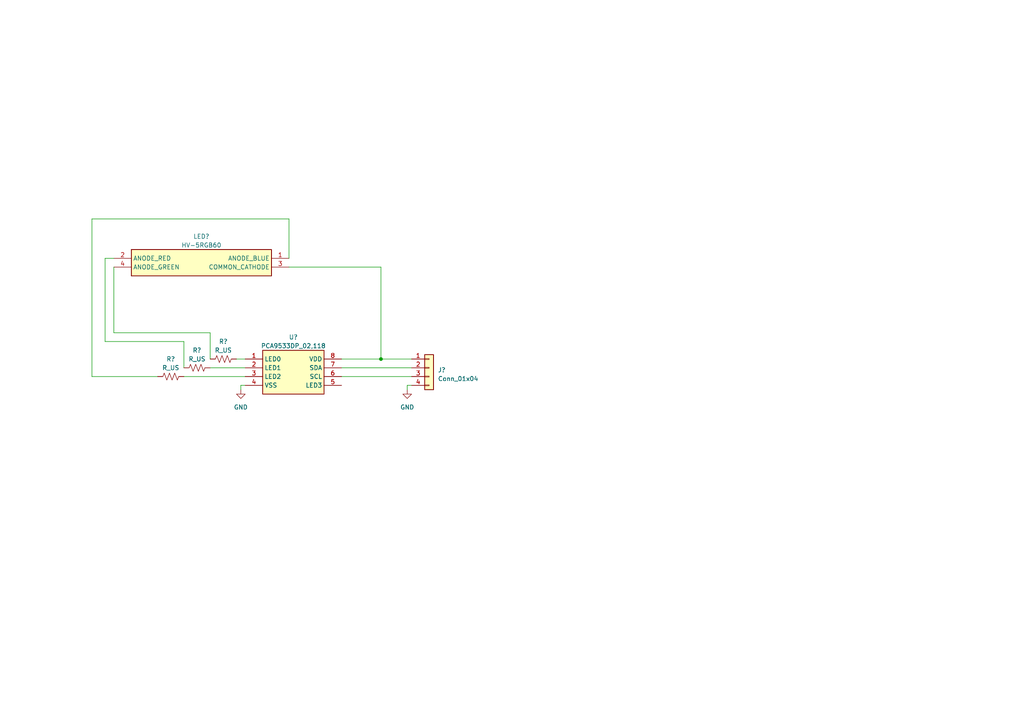
<source format=kicad_sch>
(kicad_sch (version 20230121) (generator eeschema)
  (paper "A4")
  (lib_symbols
    (symbol "Connector_Generic:Conn_01x04" (pin_names (offset 1.016) hide)
      (property "Reference" "J" (at 0 5.08 0))
      (property "Value" "Conn_01x04" (at 0 -7.62 0))
      (symbol "Conn_01x04_1_1"
        (rectangle (start -1.27 -4.953) (end 0 -5.207) (stroke (width 0.1524)))
        (rectangle (start -1.27 -2.413) (end 0 -2.667) (stroke (width 0.1524)))
        (rectangle (start -1.27 0.127) (end 0 -0.127) (stroke (width 0.1524)))
        (rectangle (start -1.27 2.667) (end 0 2.413) (stroke (width 0.1524)))
        (rectangle (start -1.27 3.81) (end 1.27 -6.35) (stroke (width 0.254)) (fill (type background)))
        (pin passive line (at -5.08 2.54 0) (length 3.81) (name "Pin_1") (number "1"))
        (pin passive line (at -5.08 0 0) (length 3.81) (name "Pin_2") (number "2"))
        (pin passive line (at -5.08 -2.54 0) (length 3.81) (name "Pin_3") (number "3"))
        (pin passive line (at -5.08 -5.08 0) (length 3.81) (name "Pin_4") (number "4"))
      )
    )
    (symbol "Device:R_US" (pin_numbers hide) (pin_names (offset 0))
      (property "Reference" "R" (at 2.54 0 90))
      (property "Value" "R_US" (at -2.54 0 90))
      (symbol "R_US_0_1"
        (polyline (pts (xy 0 -2.286) (xy 0 -2.54)))
        (polyline (pts (xy 0 2.286) (xy 0 2.54)))
        (polyline (pts (xy 0 -0.762) (xy 1.016 -1.143) (xy 0 -1.524) (xy -1.016 -1.905) (xy 0 -2.286)))
        (polyline (pts (xy 0 0.762) (xy 1.016 0.381) (xy 0 0) (xy -1.016 -0.381) (xy 0 -0.762)))
        (polyline (pts (xy 0 2.286) (xy 1.016 1.905) (xy 0 1.524) (xy -1.016 1.143) (xy 0 0.762)))
      )
      (symbol "R_US_1_1"
        (pin passive line (at 0 3.81 270) (length 1.27) (name "~") (number "1"))
        (pin passive line (at 0 -3.81 90) (length 1.27) (name "~") (number "2"))
      )
    )
    (symbol "HV-5RGB60:HV-5RGB60"
      (property "Reference" "LED" (at 46.99 7.62 0))
      (property "Value" "HV-5RGB60" (at 46.99 5.08 0))
      (symbol "HV-5RGB60_1_1"
        (rectangle (start 5.08 2.54) (end 45.72 -5.08) (stroke (width 0.254)) (fill (type background)))
        (pin passive line (at 50.8 0 180) (length 5.08) (name "ANODE_BLUE") (number "1"))
        (pin passive line (at 0 0 0) (length 5.08) (name "ANODE_RED") (number "2"))
        (pin passive line (at 50.8 -2.54 180) (length 5.08) (name "COMMON_CATHODE") (number "3"))
        (pin passive line (at 0 -2.54 0) (length 5.08) (name "ANODE_GREEN") (number "4"))
      )
    )
    (symbol "PCA9533DP_02_118:PCA9533DP_02,118"
      (property "Reference" "U" (at 24.13 7.62 0))
      (property "Value" "PCA9533DP_02,118" (at 24.13 5.08 0))
      (symbol "PCA9533DP_02,118_1_1"
        (rectangle (start 5.08 2.54) (end 22.86 -10.16) (stroke (width 0.254)) (fill (type background)))
        (pin output line (at 0 0 0) (length 5.08) (name "LED0") (number "1"))
        (pin output line (at 0 -2.54 0) (length 5.08) (name "LED1") (number "2"))
        (pin output line (at 0 -5.08 0) (length 5.08) (name "LED2") (number "3"))
        (pin power_in line (at 0 -7.62 0) (length 5.08) (name "VSS") (number "4"))
        (pin output line (at 27.94 -7.62 180) (length 5.08) (name "LED3") (number "5"))
        (pin bidirectional line (at 27.94 -5.08 180) (length 5.08) (name "SCL") (number "6"))
        (pin bidirectional line (at 27.94 -2.54 180) (length 5.08) (name "SDA") (number "7"))
        (pin power_in line (at 27.94 0 180) (length 5.08) (name "VDD") (number "8"))
      )
    )
    (symbol "power:GND" (power) (pin_names (offset 0))
      (property "Value" "GND" (at 0 -3.81 0))
      (symbol "GND_0_1"
        (polyline (pts (xy 0 0) (xy 0 -1.27) (xy 1.27 -1.27) (xy 0 -2.54) (xy -1.27 -1.27) (xy 0 -1.27)))
      )
      (symbol "GND_1_1"
        (pin power_in line (at 0 0 270) (length 0) hide (name "GND") (number "1"))
      )
    )
  )
  (junction (at 110.49 104.14))
  (wire (pts (xy 30.48 99.06) (xy 30.48 74.93)))
  (wire (pts (xy 60.96 106.68) (xy 71.12 106.68)))
  (wire (pts (xy 33.02 96.52) (xy 33.02 77.47)))
  (wire (pts (xy 69.85 111.76) (xy 71.12 111.76)))
  (wire (pts (xy 99.06 106.68) (xy 119.38 106.68)))
  (wire (pts (xy 60.96 104.14) (xy 60.96 96.52)))
  (wire (pts (xy 99.06 104.14) (xy 110.49 104.14)))
  (wire (pts (xy 53.34 109.22) (xy 71.12 109.22)))
  (wire (pts (xy 26.67 63.5) (xy 83.82 63.5)))
  (wire (pts (xy 99.06 109.22) (xy 119.38 109.22)))
  (wire (pts (xy 118.11 113.03) (xy 118.11 111.76)))
  (wire (pts (xy 118.11 111.76) (xy 119.38 111.76)))
  (wire (pts (xy 83.82 77.47) (xy 110.49 77.47)))
  (wire (pts (xy 26.67 109.22) (xy 26.67 63.5)))
  (wire (pts (xy 69.85 113.03) (xy 69.85 111.76)))
  (wire (pts (xy 68.58 104.14) (xy 71.12 104.14)))
  (wire (pts (xy 110.49 104.14) (xy 119.38 104.14)))
  (wire (pts (xy 30.48 74.93) (xy 33.02 74.93)))
  (wire (pts (xy 83.82 63.5) (xy 83.82 74.93)))
  (wire (pts (xy 53.34 106.68) (xy 53.34 99.06)))
  (wire (pts (xy 45.72 109.22) (xy 26.67 109.22)))
  (wire (pts (xy 53.34 99.06) (xy 30.48 99.06)))
  (wire (pts (xy 60.96 96.52) (xy 33.02 96.52)))
  (wire (pts (xy 110.49 77.47) (xy 110.49 104.14)))
  (symbol (lib_id "power:GND") (at 69.85 113.03 0) (unit 1)
    (property "Reference" "#PWR02" (effects hide))
    (property "Value" "GND" (at 69.85 118.11 0))
  )
  (symbol (lib_id "Device:R_US") (at 64.77 104.14 90) (unit 1)
    (property "Reference" "R?" (at 64.77 99.06 90))
    (property "Value" "R_US" (at 64.77 101.6 90))
  )
  (symbol (lib_id "power:GND") (at 118.11 113.03 0) (unit 1)
    (property "Reference" "#PWR01" (effects hide))
    (property "Value" "GND" (at 118.11 118.11 0))
  )
  (symbol (lib_id "Connector_Generic:Conn_01x04") (at 124.46 106.68 0) (unit 1)
    (property "Reference" "J?" (at 127 107.315 0) (effects (justify left)))
    (property "Value" "Conn_01x04" (at 127 109.855 0) (effects (justify left)))
    (property "Footprint" "Connector_JST:JST_EH_S4B-EH_1x04_P2.50mm_Horizontal" (effects hide))
  )
  (symbol (lib_id "Device:R_US") (at 57.15 106.68 90) (unit 1)
    (property "Reference" "R?" (at 57.15 101.6 90))
    (property "Value" "R_US" (at 57.15 104.14 90))
  )
  (symbol (lib_id "PCA9533DP_02_118:PCA9533DP_02,118") (at 71.12 104.14 0) (unit 1)
    (property "Reference" "U?" (at 85.09 97.79 0))
    (property "Value" "PCA9533DP_02,118" (at 85.09 100.33 0))
    (property "Footprint" "SOP65P490X110-8N" (effects hide))
    (property "Datasheet" "http://www.nxp.com/docs/en/data-sheet/PCA9533.pdf" (effects hide))
    (property "Height" "1.1" (effects hide))
    (property "Mouser Part Number" "771-PCA9533DP/02118" (effects hide))
    (property "Mouser Price/Stock" "https://www.mouser.co.uk/ProductDetail/NXP-Semiconductors/PCA9533DP-02118?qs=18PanXkg8EfFFpXHjEHjJg%3D%3D" (effects hide))
    (property "Manufacturer_Name" "NXP" (effects hide))
    (property "Manufacturer_Part_Number" "PCA9533DP/02,118" (effects hide))
  )
  (symbol (lib_id "HV-5RGB60:HV-5RGB60") (at 33.02 74.93 0) (unit 1)
    (property "Reference" "LED?" (at 58.42 68.58 0))
    (property "Value" "HV-5RGB60" (at 58.42 71.12 0))
    (property "Footprint" "HV5RGB25" (effects hide))
    (property "Datasheet" "http://www.inolux-corp.com/datasheet/Inolux%20Lamp/TH%20Lamp/HV-5RGBXX%205mm%20Full-Color%20Series.pdf" (effects hide))
    (property "Height" "8.9" (effects hide))
    (property "Mouser Part Number" "743-HV-5RGB60" (effects hide))
    (property "Mouser Price/Stock" "https://www.mouser.co.uk/ProductDetail/Inolux/HV-5RGB60?qs=qSfuJ%252Bfl%2Fd7yi2o6d75%2FlQ%3D%3D" (effects hide))
    (property "Manufacturer_Name" "Inolux" (effects hide))
    (property "Manufacturer_Part_Number" "HV-5RGB60" (effects hide))
  )
  (symbol (lib_id "Device:R_US") (at 49.53 109.22 90) (unit 1)
    (property "Reference" "R?" (at 49.53 104.14 90))
    (property "Value" "R_US" (at 49.53 106.68 90))
  )
)
</source>
